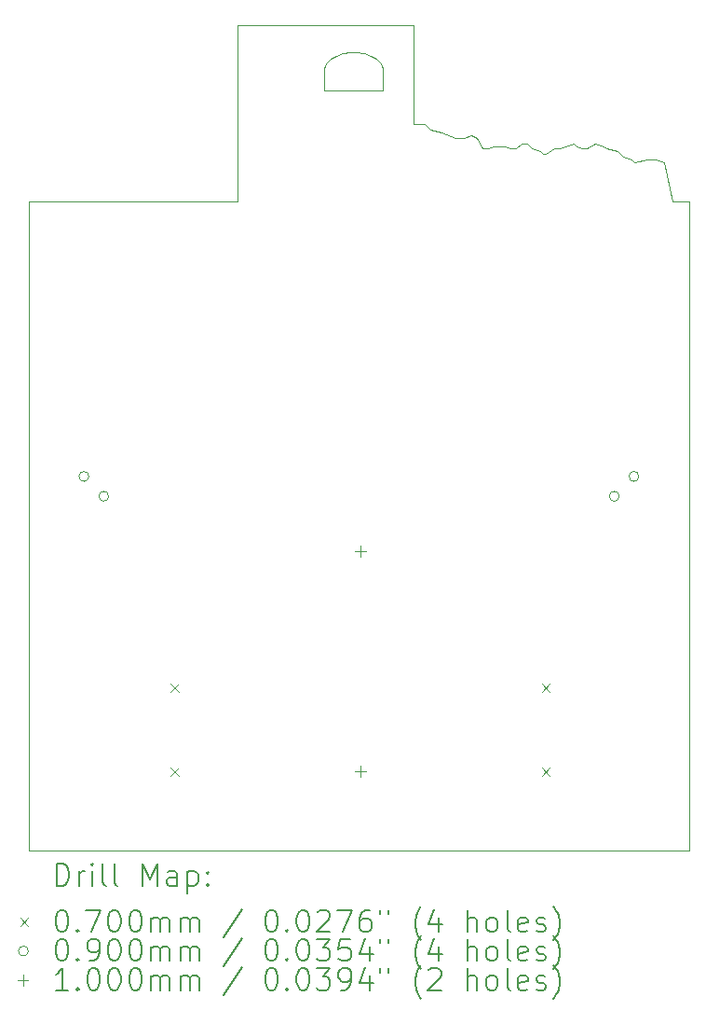
<source format=gbr>
%TF.GenerationSoftware,KiCad,Pcbnew,(6.0.11)*%
%TF.CreationDate,2023-10-05T20:20:34-05:00*%
%TF.ProjectId,BSidesDFW_2023_Badge,42536964-6573-4444-9657-5f323032335f,1*%
%TF.SameCoordinates,Original*%
%TF.FileFunction,Drillmap*%
%TF.FilePolarity,Positive*%
%FSLAX45Y45*%
G04 Gerber Fmt 4.5, Leading zero omitted, Abs format (unit mm)*
G04 Created by KiCad (PCBNEW (6.0.11)) date 2023-10-05 20:20:34*
%MOMM*%
%LPD*%
G01*
G04 APERTURE LIST*
%ADD10C,0.100000*%
%ADD11C,0.200000*%
%ADD12C,0.070000*%
%ADD13C,0.090000*%
G04 APERTURE END LIST*
D10*
X13275000Y-7625000D02*
X13325000Y-7625000D01*
X12625000Y-7625000D02*
X12675000Y-7625000D01*
X11350000Y-6760000D02*
X11290000Y-6780000D01*
X8500000Y-8100000D02*
X8500000Y-14000000D01*
X11210000Y-6840000D02*
X11190000Y-6870000D01*
X11710000Y-6870000D02*
X11690000Y-6840000D01*
X14200000Y-7725000D02*
X14275000Y-7750000D01*
X12450000Y-7525000D02*
X12525000Y-7500000D01*
X10400000Y-8100000D02*
X10400000Y-6500000D01*
X13025000Y-7575000D02*
X13075000Y-7625000D01*
X13075000Y-7625000D02*
X13150000Y-7650000D01*
X12250000Y-7475000D02*
X12375000Y-7525000D01*
X14350000Y-8100000D02*
X14500000Y-8100000D01*
X8500000Y-8100000D02*
X10400000Y-8100000D01*
X11420000Y-6750000D02*
X11350000Y-6760000D01*
X11720000Y-7100000D02*
X11720000Y-6900000D01*
X12000000Y-7400000D02*
X12100000Y-7400000D01*
X12525000Y-7500000D02*
X12575000Y-7525000D01*
X11480000Y-6750000D02*
X11450000Y-6750000D01*
X13450000Y-7575000D02*
X13475000Y-7600000D01*
X11450000Y-6750000D02*
X11420000Y-6750000D01*
X13525000Y-7625000D02*
X13575000Y-7625000D01*
X13475000Y-7600000D02*
X13525000Y-7625000D01*
X13975000Y-7725000D02*
X14000000Y-7750000D01*
X12150000Y-7450000D02*
X12250000Y-7475000D01*
X12575000Y-7525000D02*
X12625000Y-7625000D01*
X11180000Y-7100000D02*
X11720000Y-7100000D01*
X14000000Y-7750000D02*
X14125000Y-7725000D01*
X12825000Y-7600000D02*
X12875000Y-7625000D01*
X14125000Y-7725000D02*
X14200000Y-7725000D01*
X11180000Y-6900000D02*
X11180000Y-7100000D01*
X13150000Y-7650000D02*
X13175000Y-7675000D01*
X13175000Y-7675000D02*
X13200000Y-7675000D01*
X12975000Y-7575000D02*
X13025000Y-7575000D01*
X11720000Y-6900000D02*
X11710000Y-6870000D01*
X11660000Y-6810000D02*
X11610000Y-6780000D01*
X13200000Y-7675000D02*
X13275000Y-7625000D01*
X12000000Y-6500000D02*
X12000000Y-7400000D01*
X13650000Y-7575000D02*
X13725000Y-7600000D01*
X12925000Y-7625000D02*
X12975000Y-7575000D01*
X11690000Y-6840000D02*
X11660000Y-6810000D01*
X13725000Y-7600000D02*
X13750000Y-7625000D01*
X8500000Y-14000000D02*
X14500000Y-14000000D01*
X13750000Y-7625000D02*
X13850000Y-7650000D01*
X11290000Y-6780000D02*
X11240000Y-6810000D01*
X13575000Y-7625000D02*
X13650000Y-7575000D01*
X13900000Y-7700000D02*
X13975000Y-7725000D01*
X13850000Y-7650000D02*
X13900000Y-7700000D01*
X11190000Y-6870000D02*
X11180000Y-6900000D01*
X12675000Y-7625000D02*
X12725000Y-7600000D01*
X14275000Y-7750000D02*
X14350000Y-8100000D01*
X11610000Y-6780000D02*
X11550000Y-6760000D01*
X13325000Y-7625000D02*
X13450000Y-7575000D01*
X11550000Y-6760000D02*
X11480000Y-6750000D01*
X14500000Y-14000000D02*
X14500000Y-8100000D01*
X12100000Y-7400000D02*
X12150000Y-7450000D01*
X12875000Y-7625000D02*
X12925000Y-7625000D01*
X12725000Y-7600000D02*
X12825000Y-7600000D01*
X11240000Y-6810000D02*
X11210000Y-6840000D01*
X12375000Y-7525000D02*
X12450000Y-7525000D01*
X10400000Y-6500000D02*
X12000000Y-6500000D01*
D11*
D12*
X9790000Y-12484000D02*
X9860000Y-12554000D01*
X9860000Y-12484000D02*
X9790000Y-12554000D01*
X9790000Y-13246000D02*
X9860000Y-13316000D01*
X9860000Y-13246000D02*
X9790000Y-13316000D01*
X13165000Y-12484000D02*
X13235000Y-12554000D01*
X13235000Y-12484000D02*
X13165000Y-12554000D01*
X13165000Y-13246000D02*
X13235000Y-13316000D01*
X13235000Y-13246000D02*
X13165000Y-13316000D01*
D13*
X9045000Y-10600000D02*
G75*
G03*
X9045000Y-10600000I-45000J0D01*
G01*
X9224605Y-10779605D02*
G75*
G03*
X9224605Y-10779605I-45000J0D01*
G01*
X13865395Y-10779605D02*
G75*
G03*
X13865395Y-10779605I-45000J0D01*
G01*
X14045000Y-10600000D02*
G75*
G03*
X14045000Y-10600000I-45000J0D01*
G01*
D10*
X11512700Y-11230000D02*
X11512700Y-11330000D01*
X11462700Y-11280000D02*
X11562700Y-11280000D01*
X11512700Y-13230000D02*
X11512700Y-13330000D01*
X11462700Y-13280000D02*
X11562700Y-13280000D01*
D11*
X8752619Y-14315476D02*
X8752619Y-14115476D01*
X8800238Y-14115476D01*
X8828810Y-14125000D01*
X8847857Y-14144048D01*
X8857381Y-14163095D01*
X8866905Y-14201190D01*
X8866905Y-14229762D01*
X8857381Y-14267857D01*
X8847857Y-14286905D01*
X8828810Y-14305952D01*
X8800238Y-14315476D01*
X8752619Y-14315476D01*
X8952619Y-14315476D02*
X8952619Y-14182143D01*
X8952619Y-14220238D02*
X8962143Y-14201190D01*
X8971667Y-14191667D01*
X8990714Y-14182143D01*
X9009762Y-14182143D01*
X9076429Y-14315476D02*
X9076429Y-14182143D01*
X9076429Y-14115476D02*
X9066905Y-14125000D01*
X9076429Y-14134524D01*
X9085952Y-14125000D01*
X9076429Y-14115476D01*
X9076429Y-14134524D01*
X9200238Y-14315476D02*
X9181190Y-14305952D01*
X9171667Y-14286905D01*
X9171667Y-14115476D01*
X9305000Y-14315476D02*
X9285952Y-14305952D01*
X9276429Y-14286905D01*
X9276429Y-14115476D01*
X9533571Y-14315476D02*
X9533571Y-14115476D01*
X9600238Y-14258333D01*
X9666905Y-14115476D01*
X9666905Y-14315476D01*
X9847857Y-14315476D02*
X9847857Y-14210714D01*
X9838333Y-14191667D01*
X9819286Y-14182143D01*
X9781190Y-14182143D01*
X9762143Y-14191667D01*
X9847857Y-14305952D02*
X9828810Y-14315476D01*
X9781190Y-14315476D01*
X9762143Y-14305952D01*
X9752619Y-14286905D01*
X9752619Y-14267857D01*
X9762143Y-14248809D01*
X9781190Y-14239286D01*
X9828810Y-14239286D01*
X9847857Y-14229762D01*
X9943095Y-14182143D02*
X9943095Y-14382143D01*
X9943095Y-14191667D02*
X9962143Y-14182143D01*
X10000238Y-14182143D01*
X10019286Y-14191667D01*
X10028810Y-14201190D01*
X10038333Y-14220238D01*
X10038333Y-14277381D01*
X10028810Y-14296428D01*
X10019286Y-14305952D01*
X10000238Y-14315476D01*
X9962143Y-14315476D01*
X9943095Y-14305952D01*
X10124048Y-14296428D02*
X10133571Y-14305952D01*
X10124048Y-14315476D01*
X10114524Y-14305952D01*
X10124048Y-14296428D01*
X10124048Y-14315476D01*
X10124048Y-14191667D02*
X10133571Y-14201190D01*
X10124048Y-14210714D01*
X10114524Y-14201190D01*
X10124048Y-14191667D01*
X10124048Y-14210714D01*
D12*
X8425000Y-14610000D02*
X8495000Y-14680000D01*
X8495000Y-14610000D02*
X8425000Y-14680000D01*
D11*
X8790714Y-14535476D02*
X8809762Y-14535476D01*
X8828810Y-14545000D01*
X8838333Y-14554524D01*
X8847857Y-14573571D01*
X8857381Y-14611667D01*
X8857381Y-14659286D01*
X8847857Y-14697381D01*
X8838333Y-14716428D01*
X8828810Y-14725952D01*
X8809762Y-14735476D01*
X8790714Y-14735476D01*
X8771667Y-14725952D01*
X8762143Y-14716428D01*
X8752619Y-14697381D01*
X8743095Y-14659286D01*
X8743095Y-14611667D01*
X8752619Y-14573571D01*
X8762143Y-14554524D01*
X8771667Y-14545000D01*
X8790714Y-14535476D01*
X8943095Y-14716428D02*
X8952619Y-14725952D01*
X8943095Y-14735476D01*
X8933571Y-14725952D01*
X8943095Y-14716428D01*
X8943095Y-14735476D01*
X9019286Y-14535476D02*
X9152619Y-14535476D01*
X9066905Y-14735476D01*
X9266905Y-14535476D02*
X9285952Y-14535476D01*
X9305000Y-14545000D01*
X9314524Y-14554524D01*
X9324048Y-14573571D01*
X9333571Y-14611667D01*
X9333571Y-14659286D01*
X9324048Y-14697381D01*
X9314524Y-14716428D01*
X9305000Y-14725952D01*
X9285952Y-14735476D01*
X9266905Y-14735476D01*
X9247857Y-14725952D01*
X9238333Y-14716428D01*
X9228810Y-14697381D01*
X9219286Y-14659286D01*
X9219286Y-14611667D01*
X9228810Y-14573571D01*
X9238333Y-14554524D01*
X9247857Y-14545000D01*
X9266905Y-14535476D01*
X9457381Y-14535476D02*
X9476429Y-14535476D01*
X9495476Y-14545000D01*
X9505000Y-14554524D01*
X9514524Y-14573571D01*
X9524048Y-14611667D01*
X9524048Y-14659286D01*
X9514524Y-14697381D01*
X9505000Y-14716428D01*
X9495476Y-14725952D01*
X9476429Y-14735476D01*
X9457381Y-14735476D01*
X9438333Y-14725952D01*
X9428810Y-14716428D01*
X9419286Y-14697381D01*
X9409762Y-14659286D01*
X9409762Y-14611667D01*
X9419286Y-14573571D01*
X9428810Y-14554524D01*
X9438333Y-14545000D01*
X9457381Y-14535476D01*
X9609762Y-14735476D02*
X9609762Y-14602143D01*
X9609762Y-14621190D02*
X9619286Y-14611667D01*
X9638333Y-14602143D01*
X9666905Y-14602143D01*
X9685952Y-14611667D01*
X9695476Y-14630714D01*
X9695476Y-14735476D01*
X9695476Y-14630714D02*
X9705000Y-14611667D01*
X9724048Y-14602143D01*
X9752619Y-14602143D01*
X9771667Y-14611667D01*
X9781190Y-14630714D01*
X9781190Y-14735476D01*
X9876429Y-14735476D02*
X9876429Y-14602143D01*
X9876429Y-14621190D02*
X9885952Y-14611667D01*
X9905000Y-14602143D01*
X9933571Y-14602143D01*
X9952619Y-14611667D01*
X9962143Y-14630714D01*
X9962143Y-14735476D01*
X9962143Y-14630714D02*
X9971667Y-14611667D01*
X9990714Y-14602143D01*
X10019286Y-14602143D01*
X10038333Y-14611667D01*
X10047857Y-14630714D01*
X10047857Y-14735476D01*
X10438333Y-14525952D02*
X10266905Y-14783095D01*
X10695476Y-14535476D02*
X10714524Y-14535476D01*
X10733571Y-14545000D01*
X10743095Y-14554524D01*
X10752619Y-14573571D01*
X10762143Y-14611667D01*
X10762143Y-14659286D01*
X10752619Y-14697381D01*
X10743095Y-14716428D01*
X10733571Y-14725952D01*
X10714524Y-14735476D01*
X10695476Y-14735476D01*
X10676429Y-14725952D01*
X10666905Y-14716428D01*
X10657381Y-14697381D01*
X10647857Y-14659286D01*
X10647857Y-14611667D01*
X10657381Y-14573571D01*
X10666905Y-14554524D01*
X10676429Y-14545000D01*
X10695476Y-14535476D01*
X10847857Y-14716428D02*
X10857381Y-14725952D01*
X10847857Y-14735476D01*
X10838333Y-14725952D01*
X10847857Y-14716428D01*
X10847857Y-14735476D01*
X10981190Y-14535476D02*
X11000238Y-14535476D01*
X11019286Y-14545000D01*
X11028810Y-14554524D01*
X11038333Y-14573571D01*
X11047857Y-14611667D01*
X11047857Y-14659286D01*
X11038333Y-14697381D01*
X11028810Y-14716428D01*
X11019286Y-14725952D01*
X11000238Y-14735476D01*
X10981190Y-14735476D01*
X10962143Y-14725952D01*
X10952619Y-14716428D01*
X10943095Y-14697381D01*
X10933571Y-14659286D01*
X10933571Y-14611667D01*
X10943095Y-14573571D01*
X10952619Y-14554524D01*
X10962143Y-14545000D01*
X10981190Y-14535476D01*
X11124048Y-14554524D02*
X11133571Y-14545000D01*
X11152619Y-14535476D01*
X11200238Y-14535476D01*
X11219286Y-14545000D01*
X11228809Y-14554524D01*
X11238333Y-14573571D01*
X11238333Y-14592619D01*
X11228809Y-14621190D01*
X11114524Y-14735476D01*
X11238333Y-14735476D01*
X11305000Y-14535476D02*
X11438333Y-14535476D01*
X11352619Y-14735476D01*
X11600238Y-14535476D02*
X11562143Y-14535476D01*
X11543095Y-14545000D01*
X11533571Y-14554524D01*
X11514524Y-14583095D01*
X11505000Y-14621190D01*
X11505000Y-14697381D01*
X11514524Y-14716428D01*
X11524048Y-14725952D01*
X11543095Y-14735476D01*
X11581190Y-14735476D01*
X11600238Y-14725952D01*
X11609762Y-14716428D01*
X11619286Y-14697381D01*
X11619286Y-14649762D01*
X11609762Y-14630714D01*
X11600238Y-14621190D01*
X11581190Y-14611667D01*
X11543095Y-14611667D01*
X11524048Y-14621190D01*
X11514524Y-14630714D01*
X11505000Y-14649762D01*
X11695476Y-14535476D02*
X11695476Y-14573571D01*
X11771667Y-14535476D02*
X11771667Y-14573571D01*
X12066905Y-14811667D02*
X12057381Y-14802143D01*
X12038333Y-14773571D01*
X12028809Y-14754524D01*
X12019286Y-14725952D01*
X12009762Y-14678333D01*
X12009762Y-14640238D01*
X12019286Y-14592619D01*
X12028809Y-14564048D01*
X12038333Y-14545000D01*
X12057381Y-14516428D01*
X12066905Y-14506905D01*
X12228809Y-14602143D02*
X12228809Y-14735476D01*
X12181190Y-14525952D02*
X12133571Y-14668809D01*
X12257381Y-14668809D01*
X12485952Y-14735476D02*
X12485952Y-14535476D01*
X12571667Y-14735476D02*
X12571667Y-14630714D01*
X12562143Y-14611667D01*
X12543095Y-14602143D01*
X12514524Y-14602143D01*
X12495476Y-14611667D01*
X12485952Y-14621190D01*
X12695476Y-14735476D02*
X12676428Y-14725952D01*
X12666905Y-14716428D01*
X12657381Y-14697381D01*
X12657381Y-14640238D01*
X12666905Y-14621190D01*
X12676428Y-14611667D01*
X12695476Y-14602143D01*
X12724048Y-14602143D01*
X12743095Y-14611667D01*
X12752619Y-14621190D01*
X12762143Y-14640238D01*
X12762143Y-14697381D01*
X12752619Y-14716428D01*
X12743095Y-14725952D01*
X12724048Y-14735476D01*
X12695476Y-14735476D01*
X12876428Y-14735476D02*
X12857381Y-14725952D01*
X12847857Y-14706905D01*
X12847857Y-14535476D01*
X13028809Y-14725952D02*
X13009762Y-14735476D01*
X12971667Y-14735476D01*
X12952619Y-14725952D01*
X12943095Y-14706905D01*
X12943095Y-14630714D01*
X12952619Y-14611667D01*
X12971667Y-14602143D01*
X13009762Y-14602143D01*
X13028809Y-14611667D01*
X13038333Y-14630714D01*
X13038333Y-14649762D01*
X12943095Y-14668809D01*
X13114524Y-14725952D02*
X13133571Y-14735476D01*
X13171667Y-14735476D01*
X13190714Y-14725952D01*
X13200238Y-14706905D01*
X13200238Y-14697381D01*
X13190714Y-14678333D01*
X13171667Y-14668809D01*
X13143095Y-14668809D01*
X13124048Y-14659286D01*
X13114524Y-14640238D01*
X13114524Y-14630714D01*
X13124048Y-14611667D01*
X13143095Y-14602143D01*
X13171667Y-14602143D01*
X13190714Y-14611667D01*
X13266905Y-14811667D02*
X13276428Y-14802143D01*
X13295476Y-14773571D01*
X13305000Y-14754524D01*
X13314524Y-14725952D01*
X13324048Y-14678333D01*
X13324048Y-14640238D01*
X13314524Y-14592619D01*
X13305000Y-14564048D01*
X13295476Y-14545000D01*
X13276428Y-14516428D01*
X13266905Y-14506905D01*
D13*
X8495000Y-14909000D02*
G75*
G03*
X8495000Y-14909000I-45000J0D01*
G01*
D11*
X8790714Y-14799476D02*
X8809762Y-14799476D01*
X8828810Y-14809000D01*
X8838333Y-14818524D01*
X8847857Y-14837571D01*
X8857381Y-14875667D01*
X8857381Y-14923286D01*
X8847857Y-14961381D01*
X8838333Y-14980428D01*
X8828810Y-14989952D01*
X8809762Y-14999476D01*
X8790714Y-14999476D01*
X8771667Y-14989952D01*
X8762143Y-14980428D01*
X8752619Y-14961381D01*
X8743095Y-14923286D01*
X8743095Y-14875667D01*
X8752619Y-14837571D01*
X8762143Y-14818524D01*
X8771667Y-14809000D01*
X8790714Y-14799476D01*
X8943095Y-14980428D02*
X8952619Y-14989952D01*
X8943095Y-14999476D01*
X8933571Y-14989952D01*
X8943095Y-14980428D01*
X8943095Y-14999476D01*
X9047857Y-14999476D02*
X9085952Y-14999476D01*
X9105000Y-14989952D01*
X9114524Y-14980428D01*
X9133571Y-14951857D01*
X9143095Y-14913762D01*
X9143095Y-14837571D01*
X9133571Y-14818524D01*
X9124048Y-14809000D01*
X9105000Y-14799476D01*
X9066905Y-14799476D01*
X9047857Y-14809000D01*
X9038333Y-14818524D01*
X9028810Y-14837571D01*
X9028810Y-14885190D01*
X9038333Y-14904238D01*
X9047857Y-14913762D01*
X9066905Y-14923286D01*
X9105000Y-14923286D01*
X9124048Y-14913762D01*
X9133571Y-14904238D01*
X9143095Y-14885190D01*
X9266905Y-14799476D02*
X9285952Y-14799476D01*
X9305000Y-14809000D01*
X9314524Y-14818524D01*
X9324048Y-14837571D01*
X9333571Y-14875667D01*
X9333571Y-14923286D01*
X9324048Y-14961381D01*
X9314524Y-14980428D01*
X9305000Y-14989952D01*
X9285952Y-14999476D01*
X9266905Y-14999476D01*
X9247857Y-14989952D01*
X9238333Y-14980428D01*
X9228810Y-14961381D01*
X9219286Y-14923286D01*
X9219286Y-14875667D01*
X9228810Y-14837571D01*
X9238333Y-14818524D01*
X9247857Y-14809000D01*
X9266905Y-14799476D01*
X9457381Y-14799476D02*
X9476429Y-14799476D01*
X9495476Y-14809000D01*
X9505000Y-14818524D01*
X9514524Y-14837571D01*
X9524048Y-14875667D01*
X9524048Y-14923286D01*
X9514524Y-14961381D01*
X9505000Y-14980428D01*
X9495476Y-14989952D01*
X9476429Y-14999476D01*
X9457381Y-14999476D01*
X9438333Y-14989952D01*
X9428810Y-14980428D01*
X9419286Y-14961381D01*
X9409762Y-14923286D01*
X9409762Y-14875667D01*
X9419286Y-14837571D01*
X9428810Y-14818524D01*
X9438333Y-14809000D01*
X9457381Y-14799476D01*
X9609762Y-14999476D02*
X9609762Y-14866143D01*
X9609762Y-14885190D02*
X9619286Y-14875667D01*
X9638333Y-14866143D01*
X9666905Y-14866143D01*
X9685952Y-14875667D01*
X9695476Y-14894714D01*
X9695476Y-14999476D01*
X9695476Y-14894714D02*
X9705000Y-14875667D01*
X9724048Y-14866143D01*
X9752619Y-14866143D01*
X9771667Y-14875667D01*
X9781190Y-14894714D01*
X9781190Y-14999476D01*
X9876429Y-14999476D02*
X9876429Y-14866143D01*
X9876429Y-14885190D02*
X9885952Y-14875667D01*
X9905000Y-14866143D01*
X9933571Y-14866143D01*
X9952619Y-14875667D01*
X9962143Y-14894714D01*
X9962143Y-14999476D01*
X9962143Y-14894714D02*
X9971667Y-14875667D01*
X9990714Y-14866143D01*
X10019286Y-14866143D01*
X10038333Y-14875667D01*
X10047857Y-14894714D01*
X10047857Y-14999476D01*
X10438333Y-14789952D02*
X10266905Y-15047095D01*
X10695476Y-14799476D02*
X10714524Y-14799476D01*
X10733571Y-14809000D01*
X10743095Y-14818524D01*
X10752619Y-14837571D01*
X10762143Y-14875667D01*
X10762143Y-14923286D01*
X10752619Y-14961381D01*
X10743095Y-14980428D01*
X10733571Y-14989952D01*
X10714524Y-14999476D01*
X10695476Y-14999476D01*
X10676429Y-14989952D01*
X10666905Y-14980428D01*
X10657381Y-14961381D01*
X10647857Y-14923286D01*
X10647857Y-14875667D01*
X10657381Y-14837571D01*
X10666905Y-14818524D01*
X10676429Y-14809000D01*
X10695476Y-14799476D01*
X10847857Y-14980428D02*
X10857381Y-14989952D01*
X10847857Y-14999476D01*
X10838333Y-14989952D01*
X10847857Y-14980428D01*
X10847857Y-14999476D01*
X10981190Y-14799476D02*
X11000238Y-14799476D01*
X11019286Y-14809000D01*
X11028810Y-14818524D01*
X11038333Y-14837571D01*
X11047857Y-14875667D01*
X11047857Y-14923286D01*
X11038333Y-14961381D01*
X11028810Y-14980428D01*
X11019286Y-14989952D01*
X11000238Y-14999476D01*
X10981190Y-14999476D01*
X10962143Y-14989952D01*
X10952619Y-14980428D01*
X10943095Y-14961381D01*
X10933571Y-14923286D01*
X10933571Y-14875667D01*
X10943095Y-14837571D01*
X10952619Y-14818524D01*
X10962143Y-14809000D01*
X10981190Y-14799476D01*
X11114524Y-14799476D02*
X11238333Y-14799476D01*
X11171667Y-14875667D01*
X11200238Y-14875667D01*
X11219286Y-14885190D01*
X11228809Y-14894714D01*
X11238333Y-14913762D01*
X11238333Y-14961381D01*
X11228809Y-14980428D01*
X11219286Y-14989952D01*
X11200238Y-14999476D01*
X11143095Y-14999476D01*
X11124048Y-14989952D01*
X11114524Y-14980428D01*
X11419286Y-14799476D02*
X11324048Y-14799476D01*
X11314524Y-14894714D01*
X11324048Y-14885190D01*
X11343095Y-14875667D01*
X11390714Y-14875667D01*
X11409762Y-14885190D01*
X11419286Y-14894714D01*
X11428809Y-14913762D01*
X11428809Y-14961381D01*
X11419286Y-14980428D01*
X11409762Y-14989952D01*
X11390714Y-14999476D01*
X11343095Y-14999476D01*
X11324048Y-14989952D01*
X11314524Y-14980428D01*
X11600238Y-14866143D02*
X11600238Y-14999476D01*
X11552619Y-14789952D02*
X11505000Y-14932809D01*
X11628809Y-14932809D01*
X11695476Y-14799476D02*
X11695476Y-14837571D01*
X11771667Y-14799476D02*
X11771667Y-14837571D01*
X12066905Y-15075667D02*
X12057381Y-15066143D01*
X12038333Y-15037571D01*
X12028809Y-15018524D01*
X12019286Y-14989952D01*
X12009762Y-14942333D01*
X12009762Y-14904238D01*
X12019286Y-14856619D01*
X12028809Y-14828048D01*
X12038333Y-14809000D01*
X12057381Y-14780428D01*
X12066905Y-14770905D01*
X12228809Y-14866143D02*
X12228809Y-14999476D01*
X12181190Y-14789952D02*
X12133571Y-14932809D01*
X12257381Y-14932809D01*
X12485952Y-14999476D02*
X12485952Y-14799476D01*
X12571667Y-14999476D02*
X12571667Y-14894714D01*
X12562143Y-14875667D01*
X12543095Y-14866143D01*
X12514524Y-14866143D01*
X12495476Y-14875667D01*
X12485952Y-14885190D01*
X12695476Y-14999476D02*
X12676428Y-14989952D01*
X12666905Y-14980428D01*
X12657381Y-14961381D01*
X12657381Y-14904238D01*
X12666905Y-14885190D01*
X12676428Y-14875667D01*
X12695476Y-14866143D01*
X12724048Y-14866143D01*
X12743095Y-14875667D01*
X12752619Y-14885190D01*
X12762143Y-14904238D01*
X12762143Y-14961381D01*
X12752619Y-14980428D01*
X12743095Y-14989952D01*
X12724048Y-14999476D01*
X12695476Y-14999476D01*
X12876428Y-14999476D02*
X12857381Y-14989952D01*
X12847857Y-14970905D01*
X12847857Y-14799476D01*
X13028809Y-14989952D02*
X13009762Y-14999476D01*
X12971667Y-14999476D01*
X12952619Y-14989952D01*
X12943095Y-14970905D01*
X12943095Y-14894714D01*
X12952619Y-14875667D01*
X12971667Y-14866143D01*
X13009762Y-14866143D01*
X13028809Y-14875667D01*
X13038333Y-14894714D01*
X13038333Y-14913762D01*
X12943095Y-14932809D01*
X13114524Y-14989952D02*
X13133571Y-14999476D01*
X13171667Y-14999476D01*
X13190714Y-14989952D01*
X13200238Y-14970905D01*
X13200238Y-14961381D01*
X13190714Y-14942333D01*
X13171667Y-14932809D01*
X13143095Y-14932809D01*
X13124048Y-14923286D01*
X13114524Y-14904238D01*
X13114524Y-14894714D01*
X13124048Y-14875667D01*
X13143095Y-14866143D01*
X13171667Y-14866143D01*
X13190714Y-14875667D01*
X13266905Y-15075667D02*
X13276428Y-15066143D01*
X13295476Y-15037571D01*
X13305000Y-15018524D01*
X13314524Y-14989952D01*
X13324048Y-14942333D01*
X13324048Y-14904238D01*
X13314524Y-14856619D01*
X13305000Y-14828048D01*
X13295476Y-14809000D01*
X13276428Y-14780428D01*
X13266905Y-14770905D01*
D10*
X8445000Y-15123000D02*
X8445000Y-15223000D01*
X8395000Y-15173000D02*
X8495000Y-15173000D01*
D11*
X8857381Y-15263476D02*
X8743095Y-15263476D01*
X8800238Y-15263476D02*
X8800238Y-15063476D01*
X8781190Y-15092048D01*
X8762143Y-15111095D01*
X8743095Y-15120619D01*
X8943095Y-15244428D02*
X8952619Y-15253952D01*
X8943095Y-15263476D01*
X8933571Y-15253952D01*
X8943095Y-15244428D01*
X8943095Y-15263476D01*
X9076429Y-15063476D02*
X9095476Y-15063476D01*
X9114524Y-15073000D01*
X9124048Y-15082524D01*
X9133571Y-15101571D01*
X9143095Y-15139667D01*
X9143095Y-15187286D01*
X9133571Y-15225381D01*
X9124048Y-15244428D01*
X9114524Y-15253952D01*
X9095476Y-15263476D01*
X9076429Y-15263476D01*
X9057381Y-15253952D01*
X9047857Y-15244428D01*
X9038333Y-15225381D01*
X9028810Y-15187286D01*
X9028810Y-15139667D01*
X9038333Y-15101571D01*
X9047857Y-15082524D01*
X9057381Y-15073000D01*
X9076429Y-15063476D01*
X9266905Y-15063476D02*
X9285952Y-15063476D01*
X9305000Y-15073000D01*
X9314524Y-15082524D01*
X9324048Y-15101571D01*
X9333571Y-15139667D01*
X9333571Y-15187286D01*
X9324048Y-15225381D01*
X9314524Y-15244428D01*
X9305000Y-15253952D01*
X9285952Y-15263476D01*
X9266905Y-15263476D01*
X9247857Y-15253952D01*
X9238333Y-15244428D01*
X9228810Y-15225381D01*
X9219286Y-15187286D01*
X9219286Y-15139667D01*
X9228810Y-15101571D01*
X9238333Y-15082524D01*
X9247857Y-15073000D01*
X9266905Y-15063476D01*
X9457381Y-15063476D02*
X9476429Y-15063476D01*
X9495476Y-15073000D01*
X9505000Y-15082524D01*
X9514524Y-15101571D01*
X9524048Y-15139667D01*
X9524048Y-15187286D01*
X9514524Y-15225381D01*
X9505000Y-15244428D01*
X9495476Y-15253952D01*
X9476429Y-15263476D01*
X9457381Y-15263476D01*
X9438333Y-15253952D01*
X9428810Y-15244428D01*
X9419286Y-15225381D01*
X9409762Y-15187286D01*
X9409762Y-15139667D01*
X9419286Y-15101571D01*
X9428810Y-15082524D01*
X9438333Y-15073000D01*
X9457381Y-15063476D01*
X9609762Y-15263476D02*
X9609762Y-15130143D01*
X9609762Y-15149190D02*
X9619286Y-15139667D01*
X9638333Y-15130143D01*
X9666905Y-15130143D01*
X9685952Y-15139667D01*
X9695476Y-15158714D01*
X9695476Y-15263476D01*
X9695476Y-15158714D02*
X9705000Y-15139667D01*
X9724048Y-15130143D01*
X9752619Y-15130143D01*
X9771667Y-15139667D01*
X9781190Y-15158714D01*
X9781190Y-15263476D01*
X9876429Y-15263476D02*
X9876429Y-15130143D01*
X9876429Y-15149190D02*
X9885952Y-15139667D01*
X9905000Y-15130143D01*
X9933571Y-15130143D01*
X9952619Y-15139667D01*
X9962143Y-15158714D01*
X9962143Y-15263476D01*
X9962143Y-15158714D02*
X9971667Y-15139667D01*
X9990714Y-15130143D01*
X10019286Y-15130143D01*
X10038333Y-15139667D01*
X10047857Y-15158714D01*
X10047857Y-15263476D01*
X10438333Y-15053952D02*
X10266905Y-15311095D01*
X10695476Y-15063476D02*
X10714524Y-15063476D01*
X10733571Y-15073000D01*
X10743095Y-15082524D01*
X10752619Y-15101571D01*
X10762143Y-15139667D01*
X10762143Y-15187286D01*
X10752619Y-15225381D01*
X10743095Y-15244428D01*
X10733571Y-15253952D01*
X10714524Y-15263476D01*
X10695476Y-15263476D01*
X10676429Y-15253952D01*
X10666905Y-15244428D01*
X10657381Y-15225381D01*
X10647857Y-15187286D01*
X10647857Y-15139667D01*
X10657381Y-15101571D01*
X10666905Y-15082524D01*
X10676429Y-15073000D01*
X10695476Y-15063476D01*
X10847857Y-15244428D02*
X10857381Y-15253952D01*
X10847857Y-15263476D01*
X10838333Y-15253952D01*
X10847857Y-15244428D01*
X10847857Y-15263476D01*
X10981190Y-15063476D02*
X11000238Y-15063476D01*
X11019286Y-15073000D01*
X11028810Y-15082524D01*
X11038333Y-15101571D01*
X11047857Y-15139667D01*
X11047857Y-15187286D01*
X11038333Y-15225381D01*
X11028810Y-15244428D01*
X11019286Y-15253952D01*
X11000238Y-15263476D01*
X10981190Y-15263476D01*
X10962143Y-15253952D01*
X10952619Y-15244428D01*
X10943095Y-15225381D01*
X10933571Y-15187286D01*
X10933571Y-15139667D01*
X10943095Y-15101571D01*
X10952619Y-15082524D01*
X10962143Y-15073000D01*
X10981190Y-15063476D01*
X11114524Y-15063476D02*
X11238333Y-15063476D01*
X11171667Y-15139667D01*
X11200238Y-15139667D01*
X11219286Y-15149190D01*
X11228809Y-15158714D01*
X11238333Y-15177762D01*
X11238333Y-15225381D01*
X11228809Y-15244428D01*
X11219286Y-15253952D01*
X11200238Y-15263476D01*
X11143095Y-15263476D01*
X11124048Y-15253952D01*
X11114524Y-15244428D01*
X11333571Y-15263476D02*
X11371667Y-15263476D01*
X11390714Y-15253952D01*
X11400238Y-15244428D01*
X11419286Y-15215857D01*
X11428809Y-15177762D01*
X11428809Y-15101571D01*
X11419286Y-15082524D01*
X11409762Y-15073000D01*
X11390714Y-15063476D01*
X11352619Y-15063476D01*
X11333571Y-15073000D01*
X11324048Y-15082524D01*
X11314524Y-15101571D01*
X11314524Y-15149190D01*
X11324048Y-15168238D01*
X11333571Y-15177762D01*
X11352619Y-15187286D01*
X11390714Y-15187286D01*
X11409762Y-15177762D01*
X11419286Y-15168238D01*
X11428809Y-15149190D01*
X11600238Y-15130143D02*
X11600238Y-15263476D01*
X11552619Y-15053952D02*
X11505000Y-15196809D01*
X11628809Y-15196809D01*
X11695476Y-15063476D02*
X11695476Y-15101571D01*
X11771667Y-15063476D02*
X11771667Y-15101571D01*
X12066905Y-15339667D02*
X12057381Y-15330143D01*
X12038333Y-15301571D01*
X12028809Y-15282524D01*
X12019286Y-15253952D01*
X12009762Y-15206333D01*
X12009762Y-15168238D01*
X12019286Y-15120619D01*
X12028809Y-15092048D01*
X12038333Y-15073000D01*
X12057381Y-15044428D01*
X12066905Y-15034905D01*
X12133571Y-15082524D02*
X12143095Y-15073000D01*
X12162143Y-15063476D01*
X12209762Y-15063476D01*
X12228809Y-15073000D01*
X12238333Y-15082524D01*
X12247857Y-15101571D01*
X12247857Y-15120619D01*
X12238333Y-15149190D01*
X12124048Y-15263476D01*
X12247857Y-15263476D01*
X12485952Y-15263476D02*
X12485952Y-15063476D01*
X12571667Y-15263476D02*
X12571667Y-15158714D01*
X12562143Y-15139667D01*
X12543095Y-15130143D01*
X12514524Y-15130143D01*
X12495476Y-15139667D01*
X12485952Y-15149190D01*
X12695476Y-15263476D02*
X12676428Y-15253952D01*
X12666905Y-15244428D01*
X12657381Y-15225381D01*
X12657381Y-15168238D01*
X12666905Y-15149190D01*
X12676428Y-15139667D01*
X12695476Y-15130143D01*
X12724048Y-15130143D01*
X12743095Y-15139667D01*
X12752619Y-15149190D01*
X12762143Y-15168238D01*
X12762143Y-15225381D01*
X12752619Y-15244428D01*
X12743095Y-15253952D01*
X12724048Y-15263476D01*
X12695476Y-15263476D01*
X12876428Y-15263476D02*
X12857381Y-15253952D01*
X12847857Y-15234905D01*
X12847857Y-15063476D01*
X13028809Y-15253952D02*
X13009762Y-15263476D01*
X12971667Y-15263476D01*
X12952619Y-15253952D01*
X12943095Y-15234905D01*
X12943095Y-15158714D01*
X12952619Y-15139667D01*
X12971667Y-15130143D01*
X13009762Y-15130143D01*
X13028809Y-15139667D01*
X13038333Y-15158714D01*
X13038333Y-15177762D01*
X12943095Y-15196809D01*
X13114524Y-15253952D02*
X13133571Y-15263476D01*
X13171667Y-15263476D01*
X13190714Y-15253952D01*
X13200238Y-15234905D01*
X13200238Y-15225381D01*
X13190714Y-15206333D01*
X13171667Y-15196809D01*
X13143095Y-15196809D01*
X13124048Y-15187286D01*
X13114524Y-15168238D01*
X13114524Y-15158714D01*
X13124048Y-15139667D01*
X13143095Y-15130143D01*
X13171667Y-15130143D01*
X13190714Y-15139667D01*
X13266905Y-15339667D02*
X13276428Y-15330143D01*
X13295476Y-15301571D01*
X13305000Y-15282524D01*
X13314524Y-15253952D01*
X13324048Y-15206333D01*
X13324048Y-15168238D01*
X13314524Y-15120619D01*
X13305000Y-15092048D01*
X13295476Y-15073000D01*
X13276428Y-15044428D01*
X13266905Y-15034905D01*
M02*

</source>
